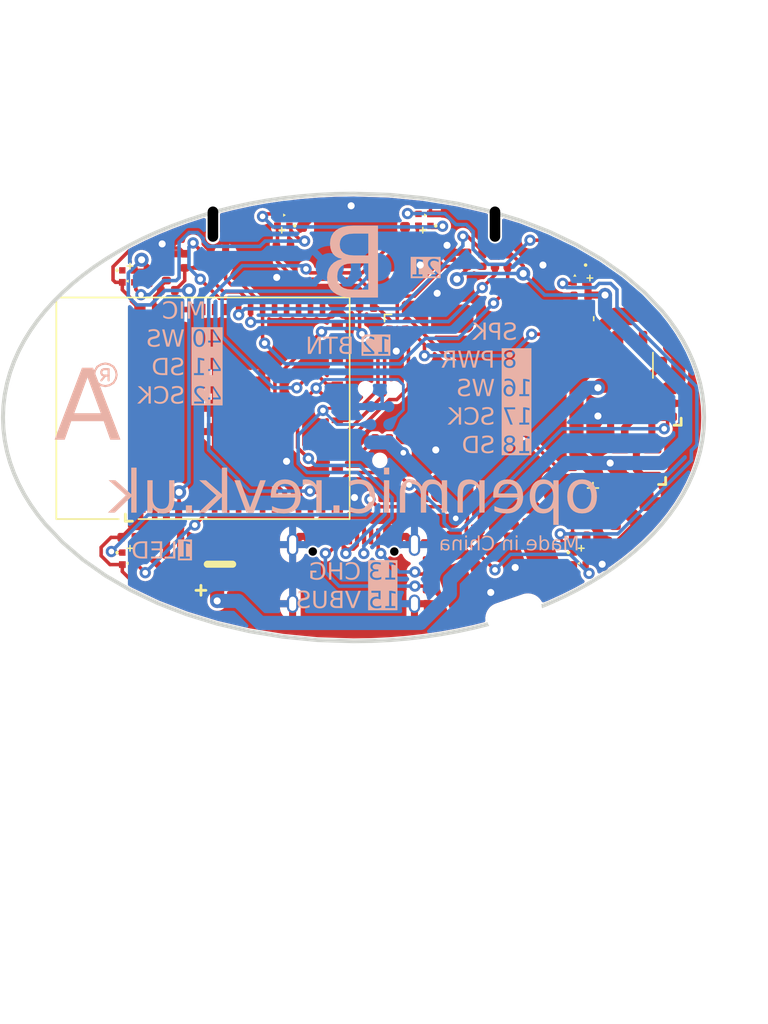
<source format=kicad_pcb>
(kicad_pcb (version 20240108) (generator "pcbnew") (generator_version "8.0")
  (title_block (title "PCB-LED") (rev "1") (company "Adrian Kennard, Andrews & Arnold Ltd"))
  (layers (0 "F.Cu" signal) (31 "B.Cu" signal) (34 "B.Paste" user) (35 "F.Paste" user) (36 "B.SilkS" user "B.Silkscreen") (37 "F.SilkS" user "F.Silkscreen") (38 "B.Mask" user) (39 "F.Mask" user) (44 "Edge.Cuts" user))
  (net 0 "")
  (net 1 "GND")
  (net 2 "+3V3")
  (net 3 "Net-(J5-CC1)")
  (net 4 "D+")
  (net 5 "D-")
  (net 7 "Net-(J5-CC2)")
  (net 9 "Net-(U6-EN)")
  (net 14 "Net-(J1-Pin_2)")
  (net 16 "VBAT")
  (net 17 "VBUS")
  (net 24 "Net-(D2-K)")
  (net 25 "Net-(U3-PROG)")
  (net 27 "MICWS")
  (net 28 "MICSD")
  (net 29 "CHARGING")
  (net 32 "RGB")
  (net 33 "Net-(U2-OUTN)")
  (net 34 "Net-(U2-OUTP)")
  (net 37 "PUSH")
  (net 38 "MICSCK")
  (net 39 "SKPSCK")
  (net 40 "SKPPWR")
  (net 41 "SKPWS")
  (net 42 "SKPSD")
  (net 44 "Net-(U2-~{SD_MODE})")
  (net 52 "Net-(D4-I)")
  (net 54 "Net-(D4-O)")
  (net 55 "Net-(D5-O)")
  (net 56 "Net-(D6-I)")
  (net 57 "Net-(D6-O)")
  (net 59 "Net-(U6-GPIO15)")
  (footprint "RevK:SMD1010" (layer "F.Cu") (at 84 90)
    (property "Reference" "D7" (hide yes))
    (property "Value" "XL-1010RGBC-WS2812B" (hide yes))
  )
  (footprint "RevK:R_0402" (layer "F.Cu") (at 118.5 98.3 -90)
    (property "Reference" "R3" (hide yes))
    (property "Value" "10K" (hide yes))
  )
  (footprint "RevK:SMD1010" (layer "F.Cu") (at 84 110)
    (property "Reference" "D9" (hide yes))
    (property "Value" "XL-1010RGBC-WS2812B" (hide yes))
  )
  (footprint "RevK:C_0402" (layer "F.Cu") (at 84 108.5 180)
    (property "Reference" "C12" (hide yes))
    (property "Value" "100nF" (hide yes))
  )
  (footprint "RevK:C_0805" (layer "F.Cu") (at 119.9 105.9)
    (property "Reference" "C4" (hide yes))
    (property "Value" "100uF")
  )
  (footprint "RevK:KLJ-Speaker" (layer "F.Cu") (at 110.970763 99 90)
    (property "Reference" "LS1" (hide yes))
    (property "Value" "Speaker" (hide yes))
  )
  (footprint "RevK:Shadow" (layer "F.Cu") (at 100 100)
    (property "Reference" "REF**" (hide yes))
    (property "Value" "Shadow")
  )
  (footprint "RevK:C_0603" (layer "F.Cu") (at 105.770763 108.1 -90)
    (property "Reference" "C5" (hide yes))
    (property "Value" "10uF 35V")
  )
  (footprint "RevK:C_0402" (layer "F.Cu") (at 85.4 90 -90)
    (property "Reference" "C17" (hide yes))
    (property "Value" "100nF" (hide yes))
  )
  (footprint "RevK:SMD1010" (layer "F.Cu") (at 116 110)
    (property "Reference" "D4" (hide yes))
    (property "Value" "XL-1010RGBC-WS2812B" (hide yes))
  )
  (footprint "RevK:WLP-1.437mmx1.347mm-0.21mm-ball" (layer "F.Cu") (at 103.070763 93.6 180)
    (property "Reference" "U2" (hide yes))
    (property "Value" "MAX98357A")
  )
  (footprint "RevK:D_SOD-123" (layer "F.Cu") (at 120.1 96.3 180)
    (property "Reference" "D2" (hide yes))
    (property "Value" "MBR0530")
  )
  (footprint "RevK:1.25T-2PWT (Molex 532610271)" (layer "F.Cu") (at 109.755044 109.187363 -161)
    (property "Reference" "J2" (hide yes))
    (property "Value" "Battery")
  )
  (footprint "RevK:C_0402" (layer "F.Cu") (at 108 88.8 -90)
    (property "Reference" "C10" (hide yes))
    (property "Value" "100nF" (hide yes))
  )
  (footprint "RevK:SOT-23" (layer "F.Cu") (at 119.55 93.6625 90)
    (property "Reference" "Q1" (hide yes))
    (property "Value" "CJ2301")
  )
  (footprint "RevK:R_0402" (layer "F.Cu") (at 86.8 91 180)
    (property "Reference" "R2" (hide yes))
    (property "Value" "10K" (hide yes))
  )
  (footprint "RevK:CP_EIA-3528-21_Kemet-B" (layer "F.Cu") (at 90.5 109.9 -90)
    (property "Reference" "C1" (hide yes))
    (property "Value" "220uF Tant")
  )
  (footprint "RevK:TS-1092S-B3D2-G" (layer "F.Cu") (at 99.970763 86.5)
    (property "Reference" "SW2" (hide yes))
    (property "Value" "SW_Push")
  )
  (footprint "RevK:C_0402" (layer "F.Cu") (at 116.1 91.4 180)
    (property "Reference" "C15" (hide yes))
    (property "Value" "100nF" (hide yes))
  )
  (footprint "RevK:USB-C-Socket-H" (layer "F.Cu") (at 99.970763 109.5)
    (property "Reference" "J5" (hide yes))
    (property "Value" "USB-C-Socket-H")
  )
  (footprint "RevK:SMD1010" (layer "F.Cu") (at 95 86 180)
    (property "Reference" "D6" (hide yes))
    (property "Value" "XL-1010RGBC-WS2812B" (hide yes))
  )
  (footprint "RevK:SMD1010" (layer "F.Cu") (at 105 86 180)
    (property "Reference" "D8" (hide yes))
    (property "Value" "XL-1010RGBC-WS2812B" (hide yes))
  )
  (footprint "RevK:C_0402" (layer "F.Cu") (at 102.2 90.9 90)
    (property "Reference" "C14" (hide yes))
    (property "Value" "100nF" (hide yes))
  )
  (footprint "RevK:C_0402" (layer "F.Cu") (at 86.7 89.8 90)
    (property "Reference" "C9" (hide yes))
    (property "Value" "1uF" (hide yes))
  )
  (footprint "RevK:DFN1006-2L" (layer "F.Cu") (at 111.872608 107.561634 -161)
    (property "Reference" "D1" (hide yes))
    (property "Value" "~")
  )
  (footprint "RevK:C_0603" (layer "F.Cu") (at 119.295763 107.5 180)
    (property "Reference" "C3" (hide yes))
    (property "Value" "22uF")
  )
  (footprint "RevK:R_0402" (layer "F.Cu") (at 118.7 101.1)
    (property "Reference" "R1" (hide yes))
    (property "Value" "10K" (hide yes))
  )
  (footprint "RevK:ICS43434_MEMS_Mic_Open" (layer "F.Cu") (at 90 88 90)
    (property "Reference" "U5" (hide yes))
    (property "Value" "L")
  )
  (footprint "RevK:R_0402" (layer "F.Cu") (at 105.2 112.7 -90)
    (property "Reference" "R5" (hide yes))
    (property "Value" "5K1" (hide yes))
  )
  (footprint "RevK:C_0402" (layer "F.Cu") (at 103.1 90.9 90)
    (property "Reference" "C13" (hide yes))
    (property "Value" "10uF" (hide yes))
  )
  (footprint "RevK:C_0402" (layer "F.Cu") (at 87.2 108.7 180)
    (property "Reference" "C2" (hide yes))
    (property "Value" "100nF" (hide yes))
  )
  (footprint "RevK:R_0402" (layer "F.Cu") (at 105.2 110.6 -90)
    (property "Reference" "R6" (hide yes))
    (property "Value" "5K1" (hide yes))
  )
  (footprint "RevK:C_0402" (layer "F.Cu") (at 88 88.9 -90)
    (property "Reference" "C6" (hide yes))
    (property "Value" "100nF" (hide yes))
  )
  (footprint "RevK:R_0402" (layer "F.Cu") (at 102 101.5 180)
    (property "Reference" "R4" (hide yes))
    (property "Value" "10K" (hide yes))
  )
  (footprint "RevK:C_0402" (layer "F.Cu") (at 87.2 107.7 180)
    (property "Reference" "C7" (hide yes))
    (property "Value" "10uF" (hide yes))
  )
  (footprint "RevK:ICS43434_MEMS_Mic_Open" (layer "F.Cu") (at 110 88 90)
    (property "Reference" "U7" (hide yes))
    (property "Value" "R")
  )
  (footprint "RevK:R_0402" (layer "F.Cu") (at 100.9 92.2 180)
    (property "Reference" "R8" (hide yes))
    (property "Value" "634K" (hide yes))
  )
  (footprint "RevK:C_0402" (layer "F.Cu") (at 87.2 109.7 180)
    (property "Reference" "C8" (hide yes))
    (property "Value" "10uF" (hide yes))
  )
  (footprint "RevK:DFN1006-2L" (layer "F.Cu") (at 103.6 87.925 90)
    (property "Reference" "D3" (hide yes))
    (property "Value" "~")
  )
  (footprint "RevK:C_0402" (layer "F.Cu") (at 95 87.9)
    (property "Reference" "C18" (hide yes))
    (property "Value" "100nF" (hide yes))
  )
  (footprint "RevK:SOT-23-5" (layer "F.Cu") (at 120 103.2 180)
    (property "Reference" "U4" (hide yes))
    (property "Value" "ME6211C33M5G-N")
  )
  (footprint "RevK:ESP32-S3-MINI-1" (layer "F.Cu") (at 91.820763 99.35 90)
    (property "Reference" "U6" (hide yes))
    (property "Value" "ESP32-S3-MINI-1" (hide yes))
  )
  (footprint "RevK:C_0402" (layer "F.Cu") (at 105 87.4)
    (property "Reference" "C16" (hide yes))
    (property "Value" "100nF" (hide yes))
  )
  (footprint "RevK:SMD1010" (layer "F.Cu") (at 116 90 -90)
    (property "Reference" "D5" (hide yes))
    (property "Value" "XL-1010RGBC-WS2812B" (hide yes))
  )
  (footprint "RevK:C_0402" (layer "F.Cu") (at 116 108.4 180)
    (property "Reference" "C11" (hide yes))
    (property "Value" "100nF" (hide yes))
  )
  (footprint "RevK:SOT-23-5" (layer "F.Cu") (at 121.1 99 180)
    (property "Reference" "U3" (hide yes))
    (property "Value" "TP4054")
  )
  (footprint "RevK:Tag-Connect_TC2030-IDC-NL_2x03_P1.27mm_Vertical" (layer "B.Cu") (at 101.835763 100.5 90)
    (property "Reference" "J3" (hide yes))
    (property "Value" "TC2030-USB-NL-DS")
  )
  (footprint "RevK:AA-Pad" (layer "B.Cu") (at 99.970763 89.35 180)
    (property "Reference" "J1" (hide yes))
    (property "Value" "Reset")
  )
  (gr_poly (pts (xy 102.512444 84.22296) (xy 104.980703 84.463279) (xy 107.363046 84.854068) (xy 109.646978 85.387354) (xy 111.820002 86.055167) (xy 113.869624 86.849535) (xy 115.783347 87.762486) (xy 117.548677 88.78605) (xy 119.153118 89.912253) (xy 120.584174 91.133126) (xy 121.82935 92.440696) (xy 122.378328 93.124501) (xy 122.87615 93.826991) (xy 123.321255 94.54717) (xy 123.71208 95.284041) (xy 124.047063 96.036607) (xy 124.324643 96.803873) (xy 124.543258 97.584842) (xy 124.701345 98.378517) (xy 124.797342 99.183902) (xy 124.829688 100) (xy 124.797342 100.816097) (xy 124.701345 101.621482) (xy 124.543258 102.415156) (xy 124.324643 103.196124) (xy 124.047063 103.96339) (xy 123.71208 104.715956) (xy 123.321255 105.452827) (xy 122.87615 106.173005) (xy 122.378328 106.875496) (xy 121.82935 107.559301) (xy 121.230778 108.223425) (xy 120.584174 108.866871) (xy 119.8911 109.488642) (xy 119.153118 110.087743) (xy 118.371789 110.663177) (xy 117.548677 111.213947) (xy 116.685342 111.739057) (xy 115.783347 112.237511) (xy 114.844254 112.708311) (xy 113.869624 113.150463) (xy 112.861019 113.562968) (xy 111.820002 113.944831) (xy 110.748134 114.295055) (xy 109.646978 114.612645) (xy 108.518094 114.896602) (xy 107.363046 115.145931) (xy 106.183395 115.359636) (xy 104.980703 115.53672) (xy 103.756532 115.676187) (xy 102.512444 115.777039) (xy 101.25 115.838282) (xy 99.970764 115.858917) (xy 97.429083 115.777039) (xy 94.960824 115.53672) (xy 92.578481 115.145931) (xy 90.294549 114.612645) (xy 88.121525 113.944831) (xy 86.071903 113.150463) (xy 84.15818 112.237511) (xy 82.39285 111.213947) (xy 80.78841 110.087743) (xy 79.357353 108.866871) (xy 78.112177 107.559301) (xy 77.563199 106.875496) (xy 77.065377 106.173005) (xy 76.620272 105.452827) (xy 76.229447 104.715956) (xy 75.894464 103.96339) (xy 75.616884 103.196124) (xy 75.398269 102.415156) (xy 75.240183 101.621482) (xy 75.144185 100.816097) (xy 75.111839 100) (xy 75.144185 99.183902) (xy 75.240183 98.378517) (xy 75.398269 97.584842) (xy 75.616884 96.803873) (xy 75.894464 96.036607) (xy 76.229447 95.284041) (xy 76.620272 94.54717) (xy 77.065377 93.826991) (xy 77.563199 93.124501) (xy 78.112177 92.440696) (xy 78.710749 91.776572) (xy 79.357353 91.133126) (xy 80.050427 90.511354) (xy 80.78841 89.912253) (xy 81.569738 89.33682) (xy 82.39285 88.78605) (xy 83.256185 88.26094) (xy 84.15818 87.762486) (xy 85.097274 87.291686) (xy 86.071903 86.849535) (xy 87.080508 86.43703) (xy 88.121525 86.055167) (xy 89.193393 85.704943) (xy 90.294549 85.387354) (xy 91.423433 85.103397) (xy 92.578481 84.854068) (xy 93.758132 84.640363) (xy 94.960824 84.463279) (xy 96.184995 84.323813) (xy 97.429083 84.22296) (xy 98.691527 84.161718) (xy 99.970764 84.141083)) (stroke (width 0.282157)) (fill none) (layer "Edge.Cuts"))
  (gr_text "12" (at 100.5 95 0) (layer "B.SilkS" knockout) (effects (font (size 1.2 1.2)) (justify right mirror)))
  (gr_text "A" (at 83.5 99.5 0) (layer "B.SilkS") (effects (font (size 5 5)) (justify left mirror)))
  (gr_text "BTN" (at 100 95 0) (layer "B.SilkS") (effects (font (size 1.2 1.2)) (justify left mirror)))
  (gr_text "CHG\nVBUS" (at 100.5 112 0) (layer "B.SilkS") (effects (font (size 1.2 1.2)) (justify left mirror)))
  (gr_text "PWR\nWS\nSCK\nSD" (at 110 99 0) (layer "B.SilkS") (effects (font (size 1.2 1.2)) (justify left mirror)))
  (gr_text "21" (at 104 89.5 0) (layer "B.SilkS" knockout) (effects (font (size 1.2 1.2)) (justify right mirror)))
  (gr_text "openmic.revk.uk" (at 100 105.5 0) (layer "B.SilkS") (effects (font (size 3 3)) (justify mirror)))
  (gr_text "8\n16\n17\n18" (at 110.5 99 0) (layer "B.SilkS" knockout) (effects (font (size 1.2 1.2)) (justify right mirror)))
  (gr_text "13\n15" (at 101 112 0) (layer "B.SilkS" knockout) (effects (font (size 1.2 1.2)) (justify right mirror)))
  (gr_text "Made in China" (at 111 109 0) (layer "B.SilkS") (effects (font (size 1 1)) (justify mirror)))
  (gr_text "®" (at 83.5 97 0) (layer "B.SilkS") (effects (font (size 1.2 1.2)) (justify left mirror)))
  (gr_text "LED" (at 87.5 109.5 0) (layer "B.SilkS") (effects (font (size 1.2 1.2)) (justify left mirror)))
  (gr_text "SPK" (at 110 94 0) (layer "B.SilkS") (effects (font (size 1.2 1.2)) (justify mirror)))
  (gr_text "WS\nSD\nSCK" (at 88 96.5 0) (layer "B.SilkS") (effects (font (size 1.2 1.2)) (justify left mirror)))
  (gr_text "40\n41\n42" (at 88.5 96.5 0) (layer "B.SilkS" knockout) (effects (font (size 1.2 1.2)) (justify right mirror)))
  (gr_text "MIC" (at 89.5 92.5 0) (layer "B.SilkS") (effects (font (size 1.2 1.2)) (justify left mirror)))
  (gr_text "1" (at 87.5 109.5 0) (layer "B.SilkS" knockout) (effects (font (size 1.2 1.2)) (justify right mirror)))
  (segment (start 83.575 110.425) (end 83.575 110.915) (width 0.25) (layer "F.Cu") (net 1))
  (segment (start 105.425 85.085) (end 105.165 84.825) (width 0.25) (layer "F.Cu") (net 1))
  (segment (start 110.436195 109.95) (end 110.75 109.95) (width 0.5) (layer "F.Cu") (net 1))
  (segment (start 83.5 108.5) (end 82.774695 108.5) (width 0.25) (layer "F.Cu") (net 1))
  (segment (start 115.4 107.525) (end 112.376185 107.525) (width 0.25) (layer "F.Cu") (net 1))
  (segment (start 83.575 90.952459) (end 84.220763 91.598222) (width 0.25) (layer "F.Cu") (net 1))
  (segment (start 82.916726 90.256726) (end 82.916726 89.321676) (width 0.25) (layer "F.Cu") (net 1))
  (segment (start 115.575 110.425) (end 115.575 110.725) (width 0.25) (layer "F.Cu") (net 1))
  (segment (start 82.916726 89.321676) (end 84.038402 88.2) (width 0.25) (layer "F.Cu") (net 1))
  (segment (start 105.165 84.825) (end 96.175 84.825) (width 0.25) (layer "F.Cu") (net 1))
  (segment (start 84.66 112) (end 85.3 112) (width 0.25) (layer "F.Cu") (net 1))
  (segment (start 114.918 111.382) (end 114.118 111.382) (width 0.25) (layer "F.Cu") (net 1))
  (segment (start 111.466762 110.633364) (end 111.433364 110.633364) (width 0.25) (layer "F.Cu") (net 1))
  (segment (start 115.5 108.4) (end 115.5 107.625) (width 0.25) (layer "F.Cu") (net 1))
  (segment (start 83.575 90.425) (end 83.085 90.425) (width 0.25) (layer "F.Cu") (net 1))
  (segment (start 83.575 90.425) (end 83.575 90.952459) (width 0.25) (layer "F.Cu") (net 1))
  (segment (start 109.024756 108.068433) (end 109.024756 105.175244) (width 0.5) (layer "F.Cu") (net 1))
  (segment (start 103.6 88.35) (end 103.85 88.35) (width 0.25) (layer "F.Cu") (net 1))
  (segment (start 84.409592 88) (end 87.6 88) (width 0.25) (layer "F.Cu") (net 1))
  (segment (start 83.085 90.425) (end 82.916726 90.256726) (width 0.25) (layer "F.Cu") (net 1))
  (segment (start 83.5 108.5) (end 84.3 107.7) (width 0.25) (layer "F.Cu") (net 1))
  (segment (start 103.710763 108.43) (end 104.290763 109.01) (width 0.5) (layer "F.Cu") (net 1))
  (segment (start 112.376185 107.525) (end 112.274453 107.423268) (width 0.25) (layer "F.Cu") (net 1))
  (segment (start 87.6 88) (end 88 88.4) (width 0.25) (layer "F.Cu") (net 1))
  (segment (start 84.3 107.7) (end 86.7 107.7) (width 0.25) (layer "F.Cu") (net 1))
  (segment (start 103.170763 108.43) (end 103.710763 108.43) (width 0.5) (layer "F.Cu") (net 1))
  (segment (start 115.5 107.625) (end 115.4 107.525) (width 0.25) (layer "F.Cu") (net 1))
  (segment (start 118.495763 107.525) (end 115.4 107.525) (width 0.25) (layer "F.Cu") (net 1))
  (segment (start 105.5 87.4) (end 106.2 87.4) (width 0.25) (layer "F.Cu") (net 1))
  (segment (start 106.2 87.4) (end 106.6 87.8) (width 0.25) (layer "F.Cu") (net 1))
  (segment (start 84.220763 91.598222) (end 84.220763 91.75) (width 0.25) (layer "F.Cu") (net 1))
  (segment (start 118.520763 107.5) (end 118.495763 107.525) (width 0.25) (layer "F.Cu") (net 1))
  (segment (start 96.770763 108.43) (end 96.230763 108.43) (width 0.5) (layer "F.Cu") (net 1))
  (segment (start 108.789692 108.303497) (end 110.436195 109.95) (width 0.5) (layer "F.Cu") (net 1))
  (segment (start 84.309663 88.050098) (end 84.409592 88) (width 0.25) (layer "F.Cu") (net 1))
  (segment (start 113.1 111.9) (end 112.733398 111.9) (width 0.25) (layer "F.Cu") (net 1))
  (segment (start 113.3 111.7) (end 113.1 111.9) (width 0.25) (layer "F.Cu") (net 1))
  (segment (start 82.774695 108.5) (end 82.075 109.199695) (width 0.25) (layer "F.Cu") (net 1))
  (segment (start 96.230763 108.43) (end 95.650763 109.01) (width 0.5) (layer "F.Cu") (net 1))
  (segment (start 115.575 110.725) (end 114.918 111.382) (width 0.25) (layer "F.Cu") (net 1))
  (segment (start 83.575 110.915) (end 84.66 112) (width 0.25) (layer "F.Cu") (net 1))
  (segment (start 103.070763 94.3) (end 103.070763 95.229237) (width 0.25) (layer "F.Cu") (net 1))
  (segment (start 109.024756 105.175244) (end 109.3 104.9) (width 0.5) (layer "F.Cu") (net 1))
  (segment (start 113.8 111.7) (end 113.3 111.7) (width 0.25) (layer "F.Cu") (net 1))
  (segment (start 86.7 89.3) (end 86.6 89.3) (width 0.25) (layer "F.Cu") (net 1))
  (segment (start 82.075 109.800305) (end 82.699695 110.425) (width 0.25) (layer "F.Cu") (net 1))
  (segment (start 86.6 89.3) (end 85.4 90.5) (width 0.25) (layer "F.Cu") (net 1))
  (segment (start 84.220763 91.75) (end 84.820763 92.35) (width 0.25) (layer "F.Cu") (net 1))
  (segment (start 103.070763 95.229237) (end 103 95.3) (width 0.25) (layer "F.Cu") (net 1))
  (segment (start 103.85 88.35) (end 104.7 89.2) (width 0.25) (layer "F.Cu") (net 1))
  (segment (start 105.425 85.575) (end 105.425 85.085) (width 0.25) (layer "F.Cu") (net 1))
  (segment (start 114.118 111.382) (end 113.8 111.7) (width 0.25) (layer "F.Cu") (net 1))
  (segment (start 82.699695 110.425) (end 83.575 110.425) (width 0.25) (layer "F.Cu") (net 1))
  (segment (start 96.175 84.825) (end 95.425 85.575) (width 0.25) (layer "F.Cu") (net 1))
  (segment (start 110.75 109.95) (end 111.433364 110.633364) (width 0.5) (layer "F.Cu") (net 1))
  (segment (start 82.075 109.199695) (end 82.075 109.800305) (width 0.25) (layer "F.Cu") (net 1))
  (segment (start 84.038402 88.2) (end 84.309663 88.050098) (width 0.25) (layer "F.Cu") (net 1))
  (segment (start 112.733398 111.9) (end 111.466762 110.633364) (width 0.25) (layer "F.Cu") (net 1))
  (segment (start 103.070763 94) (end 103.070763 93.6) (width 0.2) (layer "F.Cu") (net 1))
  (segment (start 108.789692 108.303497) (end 109.024756 108.068433) (width 0.5) (layer "F.Cu") (net 1))
  (via (at 111.433364 110.633364) (size 1) (drill 0.5) (layers "F.Cu" "B.Cu") (net 1))
  (via (at 109.7 112.4) (size 1) (drill 0.5) (layers "F.Cu" "B.Cu") (net 1))
  (via (at 106.6 87.8) (size 1) (drill 0.5) (layers "F.Cu" "B.Cu") (net 1))
  (via (at 105.9 91.2) (size 1) (drill 0.5) (layers "F.Cu" "B.Cu") (net 1))
  (via (at 117.3 99.9) (size 1) (drill 0.5) (layers "F.Cu" "B.Cu") (net 1))
  (via (at 99.8 85) (size 1) (drill 0.5) (layers "F.Cu" "B.Cu") (net 1))
  (via (at 105.8 102.3) (size 1) (drill 0.5) (layers "F.Cu" "B.Cu") (net 1))
  (via (at 103 95.3) (size 1) (drill 0.5) (layers "F.Cu" "B.Cu") (net 1))
  (via (at 86.4 87.7) (size 1) (drill 0.5) (layers "F.Cu" "B.Cu") (net 1))
  (via (at 100.039194 105.674384) (size 1) (drill 0.5) (layers "F.Cu" "B.Cu") (net 1))
  (via (at 104.7 89.2) (size 1) (drill 0.5) (layers "F.Cu" "B.Cu") (net 1))
  (via (at 95.220763 103.107386) (size 1) (drill 0.5) (layers "F.Cu" "B.Cu") (net 1))
  (via (at 117.6 110.4) (size 1) (drill 0.5) (layers "F.Cu" "B.Cu") (net 1))
  (via (at 94.52365 90.074998) (size 1) (drill 0.5) (layers "F.Cu" "B.Cu") (net 1))
  (via (at 113.4 89.2) (size 1) (drill 0.5) (layers "F.Cu" "B.Cu") (net 1))
  (segment (start 113.4 87.134551) (end 113.206556 86.941107) (width 0.25) (layer "B.Cu") (net 1))
  (segment (start 93.8108 84.961112) (end 92.641775 85.172891) (width 0.25) (layer "B.Cu") (net 1))
  (segment (start 113.4 89.2) (end 113.4 87.134551) (width 0.25) (layer "B.Cu") (net 1))
  (segment (start 99.585588 84.785588) (end 95.002894 84.785588) (width 0.25) (layer "B.Cu") (net 1))
  (segment (start 102 98.5) (end 101.8 98.3) (width 0.25) (layer "B.Cu") (net 1))
  (segment (start 102 99.23) (end 102 98.5) (width 0.25) (layer "B.Cu") (net 1))
  (segment (start 92.641775 85.172891) (end 91.9 85.914666) (width 0.25) (layer "B.Cu") (net 1))
  (segment (start 111.71341 86.362411) (end 111.510329 86.3) (width 0.25) (layer "B.Cu") (net 1))
  (segment (start 102.470763 99.23) (end 102 99.23) (width 0.5) (layer "B.Cu") (net 1))
  (segment (start 111.3 86.3) (end 111.1 86.3) (width 0.25) (layer "B.Cu") (net 1))
  (segment (start 111.510329 86.3) (end 111.3 86.3) (width 0.25) (layer "B.Cu") (net 1))
  (segment (start 91.9 85.914666) (end 91.9 87) (width 0.25) (layer "B.Cu") (net 1))
  (segment (start 113.206556 86.941107) (end 111.71341 86.362411) (width 0.25) (layer "B.Cu") (net 1))
  (segment (start 102 99.23) (end 101.200763 99.23) (width 0.5) (layer "B.Cu") (net 1))
  (segment (start 95.002894 84.785588) (end 93.8108 84.961112) (width 0.25) (layer "B.Cu") (net 1))
  (segment (start 99.8 85) (end 99.585588 84.785588) (width 0.25) (layer "B.Cu") (net 1))
  (segment (start 87.570763 106.35) (end 87.570763 107.570763) (width 0.5) (layer "F.Cu") (net 2))
  (segment (start 87.7 108.7) (end 87.7 109.7) (width 0.5) (layer "F.Cu") (net 2))
  (segment (start 94.575 86.425) (end 94.575 88.959621) (width 0.25) (layer "F.Cu") (net 2))
  (segment (start 116.5 109.4) (end 118.170763 109.4) (width 0.5) (layer "F.Cu") (net 2))
  (segment (start 88.989 89.4) (end 89.1 89.289) (width 0.25) (layer "F.Cu") (net 2))
  (segment (start 109.1 89.289) (end 108.011 89.289) (width 0.25) (layer "F.Cu") (net 2))
  (segment (start 105.35 90.35) (end 106.4 89.3) (width 0.25) (layer "F.Cu") (net 2))
  (segment (start 94.575 88.959621) (end 95.815379 90.2) (width 0.25) (layer "F.Cu") (net 2))
  (segment (start 108 89.5) (end 107.3 90.2) (width 0.25) (layer "F.Cu") (net 2))
  (segment (start 110.9 88.467) (end 111.199999 88.467) (width 0.25) (layer "F.Cu") (net 2))
  (segment (start 118.85 106.07543) (end 118.85 105.9) (width 1) (layer "F.Cu") (net 2))
  (segment (start 84.425 89.575) (end 85.325 89.575) (width 0.25) (layer "F.Cu") (net 2))
  (segment (start 87.6 105.3) (end 87.6 106.320763) (width 0.25) (layer "F.Cu") (net 2))
  (segment (start 117.802329 91.325) (end 116.675 91.325) (width 0.5) (layer "F.Cu") (net 2))
  (segment (start 88.3375 111.4375) (end 90.5 111.4375) (width 0.5) (layer "F.Cu") (net 2))
  (segment (start 95.815379 90.2) (end 100.400712 90.2) (width 0.25) (layer "F.Cu") (net 2))
  (segment (start 116.6 90.6) (end 116.425 90.425) (width 0.5) (layer "F.Cu") (net 2))
  (segment (start 116.425 108.475) (end 116.5 108.4) (width 0.5) (layer "F.Cu") (net 2))
  (segment (start 87.570763 107.570763) (end 87.7 107.7) (width 0.5) (layer "F.Cu") (net 2))
  (segment (start 88 90.3) (end 87.3 91) (width 0.25) (layer "F.Cu") (net 2))
  (segment (start 112 89.267001) (end 112 89.8) (width 0.25) (layer "F.Cu") (net 2))
  (segment (start 84.5 108.819999) (end 86.480001 110.8) (width 0.5) (layer "F.Cu") (net 2))
  (segment (start 118.170763 109.4) (end 120.070763 107.5) (width 0.5) (layer "F.Cu") (net 2))
  (segment (start 104.5 86.5) (end 104.575 86.425) (width 0.25) (layer "F.Cu") (net 2))
  (segment (start 85.325 89.575) (end 85.4 89.5) (width 0.25) (layer "F.Cu") (net 2))
  (segment (start 88 89.4) (end 88 90.3) (width 0.25) (layer "F.Cu") (net 2))
  (segment (start 84.5 108.5) (end 84.5 109.5) (width 0.5) (layer "F.Cu") (net 2))
  (segment (start 116.6 91.4) (end 116.6 90.6) (width 0.5) (layer "F.Cu") (net 2))
  (segment (start 120.070763 107.5) (end 120.070763 107.296193) (width 1) (layer "F.Cu") (net 2))
  (segment (start 88 89.4) (end 88.989 89.4) (width 0.25) (layer "F.Cu") (net 2))
  (segment (start 101.600712 91.4) (end 103.1 91.4) (width 0.25) (layer "F.Cu") (net 2))
  (segment (start 116.425 109.575) (end 116.425 108.475) (width 0.5) (layer "F.Cu") (net 2))
  (segment (start 118.8625 103.924983) (end 118.167961 103.230444) (width 1) (layer "F.Cu") (net 2))
  (segment (start 118.8625 105.8875) (end 118.85 105.9) (width 1) (layer "F.Cu") (net 2))
  (segment (start 87.7 107.7) (end 87.7 108.7) (width 0.5) (layer "F.Cu") (net 2))
  (segment (start 118.8625 104.15) (end 118.8625 103.924983) (width 1) (layer "F.Cu") (net 2))
  (segment (start 104.3 91.4) (end 105.35 90.35) (width 0.25) (layer "F.Cu") (net 2))
  (segment (start 116.675 91.325) (end 116.6 91.4) (width 0.5) (layer "F.Cu") (net 2))
  (segment (start 103.1 91.4) (end 104.3 91.4) (width 0.25) (layer "F.Cu") (net 2))
  (segment (start 108 89.3) (end 108 89.5) (width 0.25) (layer "F.Cu") (net 2))
  (segment (start 87.7 110.8) (end 88.3375 111.4375) (width 0.5) (layer "F.Cu") (net 2))
  (segment (start 90.3 111.6375) (end 90.5 111.4375) (width 1) (layer "F.Cu") (net 2))
  (segment (start 103.070763 92.9) (end 103.070763 91.429237) (width 0.25) (layer "F.Cu") (net 2))
  (segment (start 104.5 87.4) (end 104.5 86.5) (width 0.25) (layer "F.Cu") (net 2))
  (segment (start 103.070763 91.429237) (end 103.1 91.4) (width 0.25) (layer "F.Cu") (net 2))
  (segment (start 85.4 89.5) (end 85.4 89.28361) (width 0.25) (layer "F.Cu") (net 2))
  (segment (start 108.011 89.289) (end 108 89.3) (width 0.25) (layer "F.Cu") (net 2))
  (segment (start 87.3 91) (end 88.3 91) (width 0.25) (layer "F.Cu") (net 2))
  (segment (start 84.5 109.5) (end 84.425 109.575) (width 0.5) (layer "F.Cu") (net 2))
  (segment (start 120.070763 107.296193) (end 118.85 106.07543) (width 1) (layer "F.Cu") (net 2))
  (segment (start 100.400712 90.2) (end 101.600712 91.4) (width 0.25) (layer "F.Cu") (net 2))
  (segment (start 108 89.3) (end 106.4 89.3) (width 0.25) (layer "F.Cu") (net 2))
  (segment (start 84.5 108.5) (end 84.5 108.819999) (width 0.5) (layer "F.Cu") (net 2))
  (segment (start 106.4 89.3) (end 104.5 87.4) (width 0.25) (layer "F.Cu") (net 2))
  (segment (start 111.199999 88.467) (end 112 89.267001) (width 0.25) (layer "F.Cu") (net 2))
  (segment (start 87.7 109.7) (end 87.7 110.8) (width 0.5) (layer "F.Cu") (net 2))
  (segment (start 86.480001 110.8) (end 87.7 110.8) (width 0.5) (layer "F.Cu") (net 2))
  (segment (start 85.4 89.28361) (end 84.94139 88.825) (width 0.25) (layer "F.Cu") (net 2))
  (segment (start 87.6 106.320763) (end 87.570763 106.35) (width 0.25) (layer "F.Cu") (net 2))
  (segment (start 90.3 113) (end 90.3 111.6375) (width 1) (layer "F.Cu") (net 2))
  (segment (start 118.8625 104.15) (end 118.8625 105.8875) (width 1) (layer "F.Cu") (net 2))
  (via (at 90.3 113) (size 1) (drill 0.5) (layers "F.Cu" "B.Cu") (net 2))
  (via (at 112 89.8) (size 1) (drill 0.5) (layers "F.Cu" "B.Cu") (net 2))
  (via (at 84.94139 88.825) (size 1) (drill 0.5) (layers "F.Cu" "B.Cu") (net 2))
  (via (at 118.167961 103.230444) (size 1) (drill 0.5) (layers "F.Cu" "B.Cu") (net 2))
  (via (at 87.6 105.3) (size 1) (drill 0.5) (layers "F.Cu" "B.Cu") (net 2))
  (via (at 117.802329 91.325) (size 1) (drill 0.5) (layers "F.Cu" "B.Cu") (net 2))
  (via (at 107.3 90.2) (size 1) (drill 0.5) (layers "F.Cu" "B.Cu") (net 2))
  (via (at 88.3 91) (size 1) (drill 0.5) (layers "F.Cu" "B.Cu") (net 2))
  (segment (start 107.7 89.8) (end 112 89.8) (width 0.25) (layer "B.Cu") (net 2))
  (segment (start 113.525 91.325) (end 117.802329 91.325) (width 0.25) (layer "B.Cu") (net 2))
  (segment (start 123.491504 98.191504) (end 117.802329 92.502329) (width 1) (layer "B.Cu") (net 2))
  (segment (start 123.491504 101.608496) (end 123.491504 98.191504) (width 1) (layer "B.Cu") (net 2))
  (segment (start 88.3 91) (end 88.3 104.6) (width 0.25) (layer "B.Cu") (net 2))
  (segment (start 84.599695 92.025) (end 85.575 92.025) (width 0.25) (layer "B.Cu") (net 2))
  (segment (start 84 91.425305) (end 84.599695 92.025) (width 0.25) (layer "B.Cu") (net 2))
  (segment (start 91.791146 113) (end 93.355118 114.563972) (width 1) (layer "B.Cu") (net 2))
  (segment (start 88.3 104.6) (end 87.6 105.3) (width 0.25) (layer "B.Cu") (net 2))
  (segment (start 93.355118 114.563972) (end 104.732426 114.563972) (width 1) (layer "B.Cu") (net 2))
  (segment (start 85.575 92.025) (end 86.6 91) (width 0.25) (layer "B.Cu") (net 2))
  (segment (start 84.94139 88.825) (end 84 89.76639) (width 0.25) (layer "B.Cu") (net 2))
  (segment (start 107.3 90.2) (end 107.7 89.8) (width 0.25) (layer "B.Cu") (net 2))
  (segment (start 86.6 91) (end 88.3 91) (width 0.25) (layer "B.Cu") (net 2))
  (segment (start 106.8 112.496398) (end 106.8 111.5) (width 1) (layer "B.Cu") (net 2))
  (segment (start 84 89.76639) (end 84 91.425305) (width 0.25) (layer "B.Cu") (net 2))
  (segment (start 115.069556 103.230444) (end 118.167961 103.230444) (width 1) (layer "B.Cu") (net 2))
  (segment (start 121.869556 103.230444) (end 123.491504 101.608496) (width 1) (layer "B.Cu") (net 2))
  (segment (start 104.732426 114.563972) (end 106.8 112.496398) (width 1) (layer "B.Cu") (net 2))
  (segment (start 117.802329 92.502329) (end 117.802329 91.325) (width 1) (layer "B.Cu") (net 2))
  (segment (start 118.167961 103.230444) (end 121.869556 103.230444) (width 1) (layer "B.Cu") (net 2))
  (segment (start 106.8 111.5) (end 115.069556 103.230444) (width 1) (layer "B.Cu") (net 2))
  (segment (start 112 89.8) (end 113.525 91.325) (width 0.25) (layer "B.Cu") (net 2))
  (segment (start 90.3 113) (end 91.791146 113) (width 1) (layer "B.Cu") (net 2))
  (segment (start 98.163374 109.625153) (end 97.975 109.625153) (width 0.25) (layer "F.Cu") (net 3))
  (segment (start 104.320765 111.950059) (end 104.950059 111.950059) (width 0.25) (layer "F.Cu") (net 3))
  (segment (start 104.950059 111.950059) (end 105.2 112.2) (width 0.25) (layer "F.Cu") (net 3))
  (segment (start 98.720763 108.43) (end 98.720763 109.067764) (width 0.25) (layer "F.Cu") (net 3))
  (segment (start 98.720763 109.067764) (end 98.163374 109.625153) (width 0.25) (layer "F.Cu") (net 3))
  (via (at 104.320765 111.950059) (size 0.8) (drill 0.4) (layers "F.Cu" "B.Cu") (net 3))
  (via (at 97.975 109.625153) (size 0.8) (drill 0.4) (layers "F.Cu" "B.Cu") (net 3))
  (segment (start 97.975 110.975) (end 97.975 109.625153) (width 0.25) (layer "B.Cu") (net 3))
  (segment (start 104.320765 111.950059) (end 98.950059 111.950059) (width 0.25) (layer "B.Cu") (net 3))
  (segment (start 98.950059 111.950059) (end 97.975 110.975) (width 0.25) (layer "B.Cu") (net 3))
  (segment (start 100.7 109.639998) (end 100.7 108.450763) (width 0.2) (layer "F.Cu") (net 4))
  (segment (start 96 102.134299) (end 96.770763 102.905062) (width 0.25) (layer "F.Cu") (net 4))
  (segment (start 99.720763 107.742236) (end 99.720763 108.43) (width 0.25) (layer "F.Cu") (net 4))
  (segment (start 98.820763 98.5) (end 97.899695 98.5) (width 0.25) (layer "F.Cu") (net 4))
  (segment (start 96 99.239089) (end 96 102.134299) (width 0.25) (layer "F.Cu") (net 4))
  (segment (start 97.899695 98.5) (end 97.319392 97.919697) (width 0.25) (layer "F.Cu") (net 4))
  (segment (start 100.720763 107.792236) (end 100.463527 107.535) (width 0.25) (layer "F.Cu") (net 4))
  (segment (start 99.927999 107.535) (end 99.720763 107.742236) (width 0.25) (layer "F.Cu") (net 4))
  (segment (start 100.7 108.450763) (end 100.720763 108.43) (width 0.2) (layer "F.Cu") (net 4))
  (segment (start 100.720763 108.43) (end 100.720763 107.792236) (width 0.25) (layer "F.Cu") (net 4))
  (segment (start 97.319392 97.919697) (end 96 99.239089) (width 0.25) (layer "F.Cu") (net 4))
  (segment (start 100.463527 107.535) (end 99.927999 107.535) (width 0.25) (layer "F.Cu") (net 4))
  (via (at 100.7 109.639998) (size 0.8) (drill 0.4) (layers "F.Cu" "B.Cu") (net 4))
  (via (at 97.319392 97.919697) (size 0.8) (drill 0.4) (layers "F.Cu" "B.Cu") (net 4))
  (via (at 96.770763 102.905062) (size 0.8) (drill 0.4) (layers "F.Cu" "B.Cu") (net 4))
  (segment (start 100.7 109.639998) (end 100.7 109.1) (width 0.25) (layer "B.Cu") (net 4))
  (segment (start 100.7 109.1) (end 102.7 107.1) (width 0.25) (layer "B.Cu") (net 4))
  (segment (start 102.7 107.1) (end 102.7 105.7) (width 0.25) (layer "B.Cu") (net 4))
  (segment (start 103.121002 97.31) (end 97.929089 97.31) (width 0.2) (layer "B.Cu") (net 4))
  (segment (start 102.7 105.7) (end 100.4 103.4) (width 0.25) (layer "B.Cu") (net 4))
  (segment (start 100.4 103.4) (end 97.265701 103.4) (width 0.25) (layer "B.Cu") (net 4))
  (segment (start 103.501763 97.690761) (end 103.121002 97.31) (width 0.2) (layer "B.Cu") (net 4))
  (segment (start 97.929089 97.31) (end 97.319392 97.919697) (width 0.2) (layer "B.Cu") (net 4))
  (segment (start 97.265701 103.4) (end 96.770763 102.905062) (width 0.25) (layer "B.Cu") (net 4))
  (segment (start 103.501763 99.469) (end 103.501763 97.690761) (width 0.2) (layer "B.Cu") (net 4))
  (segment (start 102.470763 100.5) (end 103.501763 99.469) (width 0.2) (layer "B.Cu") (net 4))
  (segment (start 98.820763 99.35) (end 97.95 99.35) (width 0.2) (layer "F.Cu") (net 5))
  (segment (start 100.220763 108.43) (end 100.220763 109.067764) (width 0.25) (layer "F.Cu") (net 5))
  (segment (start 100.220763 109.067764) (end 99.963527 109.325) (width 0.25) (layer "F.Cu") (net 5))
  (segment (start 99.220763 109.435335) (end 99.425 109.639572) (width 0.2) (layer "F.Cu") (net 5))
  (segment (start 97.95 99.35) (end 97.8 99.5) (width 0.2) (layer "F.Cu") (net 5))
  (segment (start 99.220763 108.43) (end 99.220763 109.435335) (width 0.2) (layer "F.Cu") (net 5))
  (segment (start 99.963527 109.325) (end 99.477999 109.325) (width 0.25) (layer "F.Cu") (net 5))
  (segment (start 99.220763 109.067764) (end 99.220763 108.43) (width 0.25) (layer "F.Cu") (net 5))
  (segment (start 99.477999 109.325) (end 99.220763 109.067764) (width 0.25) (layer "F.Cu") (net 5))
  (via (at 97.8 99.5) (size 0.8) (drill 0.4) (layers "F.Cu" "B.Cu") (net 5))
  (via (at 99.425 109.639572) (size 0.8) (drill 0.4) (layers "F.Cu" "B.Cu") (net 5))
  (segment (start 96.045763 101.254237) (end 96.045763 103.271068) (width 0.25) (layer "B.Cu") (net 5))
  (segment (start 97.8 99.5) (end 96.045763 101.254237) (width 0.25) (layer "B.Cu") (net 5))
  (segment (start 102.2 105.836396) (end 102.2 106.864572) (width 0.25) (layer "B.Cu") (net 5))
  (segment (start 101.200763 100.5) (end 98.8 100.5) (width 0.2) (layer "B.Cu") (net 5))
  (segment (start 98.8 100.5) (end 97.8 99.5) (width 0.2) (layer "B.Cu") (net 5))
  (segment (start 100.263604 103.9) (end 102.2 105.836396) (width 0.25) (layer "B.Cu") (net 5))
  (segment (start 96.674695 103.9) (end 100.263604 103.9) (width 0.25) (layer "B.Cu") (net 5))
  (segment (start 102.2 106.864572) (end 99.425 109.639572) (width 0.25) (layer "B.Cu") (net 5))
  (segment (start 96.045763 103.271068) (end 96.674695 103.9) (width 0.25) (layer "B.Cu") (net 5))
  (segment (start 101.720763 109.460761) (end 101.9 109.639998) (width 0.25) (layer "F.Cu") (net 7))
  (segment (start 101.720763 108.43) (end 101.720763 109.460761) (width 0.25) (layer "F.Cu") (net 7))
  (segment (start 105.2 111.1) (end 104.470709 111.1) (width 0.25) (layer "F.Cu") (net 7))
  (segment (start 104.470709 111.1) (end 104.320765 110.950056) (width 0.25) (layer "F.Cu") (net 7))
  (via (at 101.9 109.639998) (size 0.8) (drill 0.4) (layers "F.Cu" "B.Cu") (net 7))
  (via (at 104.320765 110.950056) (size 0.8) (drill 0.4) (layers "F.Cu" "B.Cu") (net 7))
  (segment (start 103.210058 110.950056) (end 104.320765 110.950056) (width 0.25) (layer "B.Cu") (net 7))
  (segment (start 101.9 109.639998) (end 103.210058 110.950056) (width 0.25) (layer "B.Cu") (net 7))
  (segment (start 86.3 90.7) (end 86.7 90.3) (width 0.25) (layer "F.Cu") (net 9))
  (segment (start 85.870763 92.35) (end 85.870763 91.429237) (width 0.25) (layer "F.Cu") (net 9))
  (segment (start 85.870763 91.429237) (end 86.3 91) (width 0.25) (layer "F.Cu") (net 9))
  (segment (start 86.3 91) (end 86.3 90.7) (width 0.25) (layer "F.Cu") (net 9))
  (segment (start 98.075 97.65) (end 97.475 97.05) (width 0.25) (layer "F.Cu") (net 14))
  (segment (start 96.795763 97.05) (end 95.945763 97.9) (width 0.25) (layer "F.Cu") (net 14))
  (segment (start 98.820763 97.65) (end 98.075 97.65) (width 0.25) (layer "F.Cu") (net 14))
  (segment (start 97.475 97.05) (end 96.795763 97.05) (width 0.25) (layer "F.Cu") (net 14))
  (via (at 95.945763 97.9) (size 0.8) (drill 0.4) (layers "F.Cu" "B.Cu") (net 14))
  (segment (start 101.660763 89.35) (end 99.960763 91.05) (width 0.25) (layer "B.Cu") (net 14))
  (segment (start 99.960763 91.05) (end 90.913604 91.05) (width 0.25) (layer "B.Cu") (net 14))
  (segment (start 90.65 91.313604) (end 90.65 94.286396) (width 0.25) (layer "B.Cu") (net 14))
  (segment (start 94.263604 97.9) (end 95.945763 97.9) (width 0.25) (layer "B.Cu") (net 14))
  (segment (start 90.913604 91.05) (end 90.65 91.313604) (width 0.25) (layer "B.Cu") (net 14))
  (segment (start 90.65 94.286396) (end 94.263604 97.9) (width 0.25) (layer "B.Cu") (net 14))
  (segment (start 122.419354 95.019354) (end 123 95.6) (width 1) (layer "F.Cu") (net 16))
  (segment (start 122.2875 98) (end 122.2375 98) (width 1) (layer "F.Cu") (net 16))
  (segment (start 115.778131 102.578131) (end 117.170763 103.970763) (width 1) (layer "F.Cu") (net 16))
  (segment (start 119.55 92.725) (end 120.725 92.725) (width 1) (layer "F.Cu") (net 16))
  (segment (start 113.030045 106.7) (end 112.630045 106.3) (width 1) (layer "F.Cu") (net 16))
  (segment (start 112.630045 106.3) (end 110.87159 106.3) (width 1) (layer "F.Cu") (net 16))
  (segment (start 122.419354 94.419354) (end 122.419354 95.019354) (width 1) (layer "F.Cu") (net 16))
  (segment (start 118.531262 92.725) (end 117.1 94.156262) (width 1) (layer "F.Cu") (net 16))
  (segment (start 110.07159 107.1) (end 110.07159 107.796537) (width 1) (layer "F.Cu") (net 16))
  (segment (start 120.725 92.725) (end 122.419354 94.419354) (width 1) (layer "F.Cu") (net 16))
  (segment (start 117.1 94.156262) (end 117.1 96.1) (width 1) (layer "F.Cu") (net 16))
  (segment (start 117.1 96.1) (end 115.778131 97.421869) (width 1) (layer "F.Cu") (net 16))
  (segment (start 117.170763 103.970763) (end 117.170763 106.029237) (width 1) (layer "F.Cu") (net 16))
  (segment (start 110.87159 106.3) (end 110.07159 107.1) (width 1) (layer "F.Cu") (net 16))
  (segment (start 123 97.2875) (end 122.2875 98) (width 1) (layer "F.Cu") (net 16))
  (segment (start 110.168127 107.7) (end 110.07159 107.796537) (width 0.5) (layer "F.Cu") (net 16))
  (segment (start 111.470763 107.7) (end 110.168127 107.7) (width 0.5) (layer "F.Cu") (net 16))
  (segment (start 119.55 92.725) (end 118.531262 92.725) (width 1) (layer "F.Cu") (net 16))
  (segment (start 115.778131 97.421869) (end 115.778131 102.578131) (width 1) (layer "F.Cu") (net 16))
  (segment (start 117.170763 106.029237) (end 116.5 106.7) (width 1) (layer "F.Cu") (net 16))
  (segment (start 123 95.6) (end 123 97.2875) (width 1) (layer "F.Cu") (net 16))
  (segment (start 116.5 106.7) (end 113.030045 106.7) (width 1) (layer "F.Cu") (net 16))
  (segment (start 105.770763 107.325) (end 107.043579 107.325) (width 1) (layer "F.Cu") (net 17))
  (segment (start 97.570763 107.36) (end 97.730763 107.2) (width 0.5) (layer "F.Cu") (net 17))
  (segment (start 101.157918 106.96) (end 101.347918 107.15) (width 0.5) (layer "F.Cu") (net 17))
  (segment (start 99.449826 107.2) (end 99.689826 106.96) (width 0.5) (layer "F.Cu") (net 17))
  (segment (start 102.5 101.5) (end 103.5 102.5) (width 0.25) (layer "F.Cu") (net 17))
  (segment (start 118.6 96.15) (end 118.45 96.3) (width 1) (layer "F.Cu") (net 17))
  (segment (start 97.730763 107.2) (end 99.449826 107.2) (width 0.5) (layer "F.Cu") (net 17))
  (segment (start 105.770763 107.325) (end 105.595763 107.15) (width 0.8) (layer "F.Cu") (net 17))
  (segment (start 107.043579 107.325) (end 107.217385 107.151194) (width 1) (layer "F.Cu") (net 17))
  (segment (start 118.45 97.75) (end 118.5 97.8) (width 1) (layer "F.Cu") (net 17))
  (segment (start 99.689826 106.96) (end 101.157918 106.96) (width 0.5) (layer "F.Cu") (net 17))
  (segment (start 105.595763 107.15) (end 103 107.15) (width 0.8) (layer "F.Cu") (net 17))
  (segment (start 103 107.15) (end 101.347918 107.15) (width 0.8) (layer "F.Cu") (net 17))
  (segment (start 102.370763 107.36) (end 102.580763 107.15) (width 0.5) (layer "F.Cu") (net 17))
  (segment (start 117.3 97.9) (end 117.45 97.75) (width 1) (layer "F.Cu") (net 17))
  (segment (start 102.580763 107.15) (end 103 107.15) (width 0.5) (layer "F.Cu") (net 17))
  (segment (start 118.45 96.3) (end 118.45 97.75) (width 1) (layer "F.Cu") (net 17))
  (segment (start 119.9625 98.05) (end 119.6625 97.75) (width 1) (layer "F.Cu") (net 17))
  (segment (start 97.570763 108.43) (end 97.570763 107.36) (width 0.5) (layer "F.Cu") (net 17))
  (segment (start 117.45 97.75) (end 118.45 97.75) (width 1) (layer "F.Cu") (net 17))
  (segment (start 102.370763 108.43) (end 102.370763 107.36) (width 0.5) (layer "F.Cu") (net 17))
  (segment (start 118.6 94.6) (end 118.6 96.15) (width 1) (layer "F.Cu") (net 17))
  (segment (start 119.6625 97.75) (end 118.45 97.75) (width 1) (layer "F.Cu") (net 17))
  (via (at 103.5 102.5) (size 0.8) (drill 0.4) (layers "F.Cu" "B.Cu") (net 17))
  (via (at 107.217385 107.151194) (size 0.8) (drill 0.4) (layers "F.Cu" "B.Cu") (net 17))
  (via (at 117.3 97.9) (size 1) (drill 0.5) (layers "F.Cu" "B.Cu") (net 17))
  (segment (start 102.470763 101.77) (end 101.200763 101.77) (width 1) (layer "B.Cu") (net 17))
  (segment (start 116.5 97.9) (end 107.248806 107.151194) (width 1) (layer "B.Cu") (net 17))
  (segment (start 107.248806 107.151194) (end 107.217385 107.151194) (width 1) (layer "B.Cu") (net 17))
  (segment (start 102.470763 101.77) (end 107.217385 106.516622) (width 1) (layer "B.Cu") (net 17))
  (segment (start 117.3 97.9) (end 116.5 97.9) (width 1) (layer "B.Cu") (net 17))
  (segment (start 107.217385 106.516622) (end 107.217385 107.151194) (width 1) (layer "B.Cu") (net 17))
  (segment (start 120.5 94.6) (end 120.5 95.05) (width 0.5) (layer "F.Cu") (net 24))
  (segment (start 121.125 96.925) (end 121.125 102.2375) (width 0.5) (layer "F.Cu") (net 24))
  (segment (start 120.25 102.25) (end 121.1375 102.25) (width 0.5) (layer "F.Cu") (net 24))
  (segment (start 120.025 102.475) (end 120.25 102.25) (width 0.5) (layer "F.Cu") (net 24))
  (segment (start 121.75 96.3) (end 121.125 96.925) (width 0.5) (layer "F.Cu") (net 24))
  (segment (start 120.5 95.05) (end 121.75 96.3) (width 0.5) (layer "F.Cu") (net 24))
  (segment (start 120.475001 104.15) (end 120.025 103.699999) (width 0.5) (layer "F.Cu") (net 24))
  (segment (start 121.1375 104.15) (end 120.475001 104.15) (width 0.5) (layer "F.Cu") (net 24))
  (segment (start 121.125 102.2375) (end 121.1375 102.25) (width 0.5) (layer "F.Cu") (net 24))
  (segment (start 120.025 103.699999) (end 120.025 102.475) (width 0.5) (layer "F.Cu") (net 24))
  (segment (start 119.2 100.7125) (end 119.9625 99.95) (width 0.5) (layer "F.Cu") (net 25))
  (segment (start 119.2 101.1) (end 119.2 100.7125) (width 0.5) (layer "F.Cu") (net 25))
  (segment (start 110.9 89.289) (end 110.9 90.9) (width 0.25) (layer "F.Cu") (net 27))
  (segment (start 93.520763 92.35) (end 93.520763 94.595457) (width 0.25) (layer "F.Cu") (net 27))
  (segment (start 110.9 90.9) (end 109.9 91.9) (width 0.25) (layer "F.Cu") (net 27))
  (segment (start 90.9 89.289) (end 90.9 90.2) (width 0.25) (layer "F.Cu") (net 27))
  (segment (start 93.520763 92.020763) (end 93.520763 92.35) (width 0.25) (layer "F.Cu") (net 27))
  (segment (start 92.1 90.6) (end 93.520763 92.020763) (width 0.25) (layer "F.Cu") (net 27))
  (segment (start 90.9 90.2) (end 91.3 90.6) (width 0.25) (layer "F.Cu") (net 27))
  (segment (start 91.3 90.6) (end 92.1 90.6) (width 0.25) (layer "F.Cu") (net 27))
  (segment (start 93.520763 94.595457) (end 93.662653 94.737347) (width 0.25) (layer "F.Cu") (net 27))
  (via (at 109.9 91.9) (size 0.8) (drill 0.4) (layers "F.Cu" "B.Cu") (net 27))
  (via (at 93.662653 94.737347) (size 0.8) (drill 0.4) (layers "F.Cu" "B.Cu") (net 27))
  (segment (start 107.4 94.4) (end 105.066727 94.4) (width 0.25) (layer "B.Cu") (net 27))
  (segment (start 105.066727 94.4) (end 103.266727 96.2) (width 0.25) (layer "B.Cu") (net 27))
  (segment (start 95.125306 96.2) (end 93.662653 94.737347) (width 0.25) (layer "B.Cu") (net 27))
  (segment (start 109.9 91.9) (end 107.4 94.4) (width 0.25) (layer "B.Cu") (net 27))
  (segment (start 103.266727 96.2) (end 95.125306 96.2) (width 0.25) (layer "B.Cu") (net 27))
  (segment (start 92.670763 93.240375) (end 92.677736 93.247348) (width 0.25) (layer "F.Cu") (net 28))
  (segment (start 110 89.289) (end 110 89.9) (width 0.25) (layer "F.Cu") (net 28))
  (segment (start 90 89.289) (end 90 90.35) (width 0.25) (layer "F.Cu") (net 28))
  (segment (start 90 90.35) (end 90.75 91.1) (width 0.25) (layer "F.Cu") (net 28))
  (segment (start 92.670763 92.35) (end 92.670763 93.240375) (width 0.25) (layer "F.Cu") (net 28))
  (segment (start 91.920763 91.1) (end 92.670763 91.85) (width 0.25) (layer "F.Cu") (net 28))
  (segment (start 92.670763 91.85) (end 92.670763 92.35) (width 0.25) (layer "F.Cu") (net 28))
  (segment (start 90.75 91.1) (end 91.920763 91.1) (width 0.25) (layer "F.Cu") (net 28))
  (segment (start 110 89.9) (end 109.1 90.8) (width 0.25) (layer "F.Cu") (net 28))
  (via (at 92.677736 93.247348) (size 0.8) (drill 0.4) (layers "F.Cu" "B.Cu") (net 28))
  (via (at 109.1 90.8) (size 0.8) (drill 0.4) (layers "F.Cu" "B.Cu") (net 28))
  (segment (start 92.725084 93.2) (end 106.7 93.2) (width 0.25) (layer "B.Cu") (net 28))
  (segment (start 106.7 93.2) (end 109.1 90.8) (width 0.25) (layer "B.Cu") (net 28))
  (segment (start 92.677736 93.247348) (end 92.725084 93.2) (width 0.25) (layer "B.Cu") (net 28))
  (segment (start 99.15 104.45) (end 99.7 103.9) (width 0.25) (layer "F.Cu") (net 29))
  (segment (start 99.7 103.9) (end 103.025306 103.9) (width 0.25) (layer "F.Cu") (net 29))
  (segment (start 122.2375 99.95) (end 122.2375 100.5625) (width 0.25) (layer "F.Cu") (net 29))
  (segment (start 98.820763 104.45) (end 99.15 104.45) (width 0.25) (layer "F.Cu") (net 29))
  (segment (start 103.025306 103.9) (end 103.912653 104.787347) (width 0.25) (layer "F.Cu") (net 29))
  (segment (start 122.2375 100.5625) (end 122 100.8) (width 0.25) (layer "F.Cu") (net 29))
  (via (at 122 100.8) (size 0.8) (drill 0.4) (layers "F.Cu" "B.Cu") (net 29))
  (via (at 103.912653 104.787347) (size 0.8) (drill 0.4) (layers "F.Cu" "B.Cu") (net 29))
  (segment (start 107.590532 107.976194) (end 106.875659 107.976194) (width 0.25) (layer "B.Cu") (net 29))
  (segment (start 106.875659 107.976194) (end 106.392385 107.49292) (width 0.25) (layer "B.Cu") (net 29))
  (segment (start 114.766726 100.8) (end 107.590532 107.976194) (width 0.25) (layer "B.Cu") (net 29))
  (segment (start 122 100.8) (end 114.766726 100.8) (width 0.25) (layer "B.Cu") (net 29))
  (segment (start 106.392385 107.49292) (end 106.392385 106.892385) (width 0.25) (layer "B.Cu") (net 29))
  (segment (start 104.287347 104.787347) (end 103.912653 104.787347) (width 0.25) (layer "B.Cu") (net 29))
  (segment (start 106.392385 106.892385) (end 104.287347 104.787347) (width 0.25) (layer "B.Cu") (net 29))
  (segment (start 89.270763 106.35) (end 89.270763 107.06689) (width 0.25) (layer "F.Cu") (net 32))
  (segment (start 89.270763 107.06689) (end 88.712653 107.625) (width 0.25) (layer "F.Cu") (net 32))
  (segment (start 84.732 110.532) (end 85.2 111) (width 0.25) (layer "F.Cu") (net 32))
  (segment (start 84.532 110.532) (end 84.732 110.532) (width 0.25) (layer "F.Cu") (net 32))
  (via (at 85.2 111) (size 0.8) (drill 0.4) (layers "F.Cu" "B.Cu") (net 32))
  (via (at 88.712653 107.625) (size 0.8) (drill 0.4) (layers "F.Cu" "B.Cu") (net 32))
  (segment (start 88.575 107.625) (end 88.712653 107.625) (width 0.25) (layer "B.Cu") (net 32))
  (segment (start 85.2 111) (end 88.575 107.625) (width 0.25) (layer "B.Cu") (net 32))
  (segment (start 103.770763 93.6) (end 105 94.829237) (width 0.25) (layer "F.Cu") (net 33))
  (segment (start 113.870763 94.1) (end 114.970763 93) (width 0.25) (layer "F.Cu") (net 33))
  (segment (start 105 94.829237) (end 105 95.625) (width 0.25) (layer "F.Cu") (net 33))
  (segment (start 112.6 94.1) (end 113.870763 94.1) (width 0.25) (layer "F.Cu") (net 33))
  (via (at 105 95.625) (size 0.8) (drill 0.4) (layers "F.Cu" "B.Cu") (net 33))
  (via (at 112.6 94.1) (size 0.8) (drill 0.4) (layers "F.Cu" "B.Cu") (net 33))
  (segment (start 112.6 94.1) (end 111.075 95.625) (width 0.25) (layer "B.Cu") (net 33))
  (segment (start 111.075 95.625) (end 105 95.625) (width 0.25) (layer "B.Cu") (net 33))
  (segment (start 114.970763 104.1) (end 114.970763 105) (width 0.25) (layer "F.Cu") (net 34))
  (segment (start 103.770763 92.9) (end 114.970763 104.1) (width 0.25) (layer "F.Cu") (net 34))
  (segment (start 98.820763 105.3) (end 96.964644 105.3) (width 0.25) (layer "F.Cu") (net 37))
  (segment (start 103.6 87.5) (end 102.837108 87.5) (width 0.25) (layer "F.Cu") (net 37))
  (segment (start 96.875 89.75) (end 96.6 89.475) (width 0.25) (layer "F.Cu") (net 37))
  (segment (start 103.6 86.520763) (end 103.620763 86.5) (width 0.25) (layer "F.Cu") (net 37))
  (segment (start 103.6 87.5) (end 103.6 86.520763) (width 0.25) (layer "F.Cu") (net 37))
  (segment (start 100.587108 89.75) (end 96.875 89.75) (width 0.25) (layer "F.Cu") (net 37))
  (segment (start 102.837108 87.5) (end 100.587108 89.75) (width 0.25) (layer "F.Cu") (net 37))
  (segment (start 96.964644 105.3) (end 96.882322 105.217678) (width 0.25) (layer "F.Cu") (net 37))
  (via (at 96.6 89.475) (size 0.8) (drill 0.4) (layers "F.Cu" "B.Cu") (net 37))
  (via (at 96.882322 105.217678) (size 0.8) (drill 0.4) (layers "F.Cu" "B.Cu") (net 37))
  (segment (start 92.07721 89.249998) (end 96.374998 89.249998) (width 0.25) (layer "B.Cu") (net 37))
  (segment (start 89.7 91.627208) (end 92.07721 89.249998) (width 0.25) (layer "B.Cu") (net 37))
  (segment (start 96.882322 105.217678) (end 92.617678 105.217678) (width 0.25) (layer "B.Cu") (net 37))
  (segment (start 96.374998 89.249998) (end 96.6 89.475) (width 0.25) (layer "B.Cu") (net 37))
  (segment (start 92.617678 105.217678) (end 89.7 102.3) (width 0.25) (layer "B.Cu") (net 37))
  (segment (start 89.7 102.3) (end 89.7 91.627208) (width 0.25) (layer "B.Cu") (net 37))
  (segment (start 89.1 88.467) (end 89.1 88.142) (width 0.25) (layer "F.Cu") (net 38))
  (segment (start 91.820763 92.720763) (end 91.825 92.725) (width 0.25) (layer "F.Cu") (net 38))
  (segment (start 109.1 88.467) (end 109.1 88.206001) (width 0.25) (layer "F.Cu") (net 38))
  (segment (start 108.053813 87.159814) (end 107.725 87.159814) (width 0.25) (layer "F.Cu") (net 38))
  (segment (start 91.820763 92.35) (end 91.820763 92.720763) (width 0.25) (layer "F.Cu") (net 38))
  (segment (start 109.1 88.206001) (end 108.053813 87.159814) (width 0.25) (layer "F.Cu") (net 38))
  (segment (start 91.820763 91.7) (end 91.670763 91.55) (width 0.25) (layer "F.Cu") (net 38))
  (segment (start 90.45 91.55) (end 89.1 90.2) (width 0.25) (layer "F.Cu") (net 38))
  (segment (start 91.820763 92.35) (end 91.820763 91.7) (width 0.25) (layer "F.Cu") (net 38))
  (segment (start 91.670763 91.55) (end 90.45 91.55) (width 0.25) (layer "F.Cu") (net 38))
  (segment (start 89.1 88.142) (end 88.591654 87.633654) (width 0.25) (layer "F.Cu") (net 38))
  (via (at 89.1 90.2) (size 0.8) (drill 0.4) (layers "F.Cu" "B.Cu") (net 38))
  (via (at 88.591654 87.633654) (size 0.8) (drill 0.4) (layers "F.Cu" "B.Cu") (net 38))
  (via (at 91.825 92.725) (size 0.8) (drill 0.4) (layers "F.Cu" "B.Cu") (net 38))
  (via (at 107.725 87.159814) (size 0.8) (drill 0.4) (layers "F.Cu" "B.Cu") (net 38))
  (segment (start 88.3 87.925308) (end 88.591654 87.633654) (width 0.25) (layer "B.Cu") (net 38))
  (segment (start 89.1 90.2) (end 88.3 89.4) (width 0.25) (layer "B.Cu") (net 38))
  (segment (start 92.25 92.3) (end 91.825 92.725) (width 0.25) (layer "B.Cu") (net 38))
  (segment (start 107.725 87.159814) (end 107.725 87.841727) (width 0.25) (layer "B.Cu") (net 38))
  (segment (start 88.3 89.4) (end 88.3 87.925308) (width 0.25) (layer "B.Cu") (net 38))
  (segment (start 103.266727 92.3) (end 92.25 92.3) (width 0.25) (layer "B.Cu") (net 38))
  (segment (start 107.725 87.841727) (end 103.266727 92.3) (width 0.25) (layer "B.Cu") (net 38))
  (segment (start 102.370763 94.652029) (end 102.370763 94.3) (width 0.25) (layer "F.Cu") (net 39))
  (segment (start 98.820763 101.05) (end 99.470763 101.05) (width 0.25) (layer "F.Cu") (net 39))
  (segment (start 99.470763 101.05) (end 102.175 98.345763) (width 0.25) (layer "F.Cu") (net 39))
  (segment (start 102.175 98.345763) (end 102.175 94.847792) (width 0.25) (layer "F.Cu") (net 39))
  (segment (start 102.175 94.847792) (end 102.370763 94.652029) (width 0.25) (layer "F.Cu") (net 39))
  (segment (start 94.395763 104.674999) (end 94.710382 104.989618) (width 0.25) (layer "F.Cu") (net 40))
  (segment (start 94.395763 97.229237) (end 94.395763 104.674999) (width 0.25) (layer "F.Cu") (net 40))
  (segment (start 95.220763 105.5) (end 95.220763 106.35) (width 0.25) (layer "F.Cu") (net 40))
  (segment (start 94.710382 104.989618) (end 95.220763 105.5) (width 0.25) (layer "F.Cu") (net 40))
  (segment (start 97.7 93.925) (end 94.395763 97.229237) (width 0.25) (layer "F.Cu") (net 40))
  (segment (start 100.4 93.908531) (end 100.562204 94.070735) (width 0.25) (layer "F.Cu") (net 40))
  (segment (start 100.4 92.2) (end 100.4 93.908531) (width 0.25) (layer "F.Cu") (net 40))
  (via (at 100.562204 94.070735) (size 0.8) (drill 0.4) (layers "F.Cu" "B.Cu") (net 40))
  (via (at 97.7 93.925) (size 0.8) (drill 0.4) (layers "F.Cu" "B.Cu") (net 40))
  (segment (start 100.191469 93.7) (end 100.562204 94.070735) (width 0.25) (layer "B.Cu") (net 40))
  (segment (start 98 93.7) (end 100.191469 93.7) (width 0.25) (layer "B.Cu") (net 40))
  (segment (start 97.7 93.925) (end 97.775 93.925) (width 0.25) (layer "B.Cu") (net 40))
  (segment (start 97.775 93.925) (end 98 93.7) (width 0.25) (layer "B.Cu") (net 40))
  (segment (start 99.35 101.9) (end 102.516821 98.733179) (width 0.25) (layer "F.Cu") (net 41))
  (segment (start 103.862688 97.903669) (end 103.862688 94.391925) (width 0.25) (layer "F.Cu") (net 41))
  (segment (start 103.862688 94.391925) (end 103.770763 94.3) (width 0.25) (layer "F.Cu") (net 41))
  (segment (start 98.820763 101.9) (end 99.35 101.9) (width 0.25) (layer "F.Cu") (net 41))
  (segment (start 102.516821 98.733179) (end 103.033179 98.733179) (width 0.25) (layer "F.Cu") (net 41))
  (segment (start 103.033179 98.733179) (end 103.862688 97.903669) (width 0.25) (layer "F.Cu") (net 41))
  (segment (start 101.9 94.070763) (end 102.370763 93.6) (width 0.25) (layer "F.Cu") (net 42))
  (segment (start 101.9 94.486396) (end 101.9 94.070763) (width 0.25) (layer "F.Cu") (net 42))
  (segment (start 101.7 98.034357) (end 101.7 94.686396) (width 0.25) (layer "F.Cu") (net 42))
  (segment (start 98.820763 100.2) (end 99.534357 100.2) (width 0.25) (layer "F.Cu") (net 42))
  (segment (start 99.534357 100.2) (end 101.7 98.034357) (width 0.25) (layer "F.Cu") (net 42))
  (segment (start 101.7 94.686396) (end 101.9 94.486396) (width 0.25) (layer "F.Cu") (net 42))
  (segment (start 101.670763 92.2) (end 102.370763 92.9) (width 0.25) (layer "F.Cu") (net 44))
  (segment (start 101.4 92.2) (end 101.670763 92.2) (width 0.25) (layer "F.Cu") (net 44))
  (segment (start 101.664942 106.326644) (end 101.132637 105.794339) (width 0.25) (layer "F.Cu") (net 52))
  (segment (start 107.967858 108.78103) (end 107.967858 107.493854) (width 0.25) (layer "F.Cu") (net 52))
  (segment (start 110 110.8) (end 109.986828 110.8) (width 0.25) (layer "F.Cu") (net 52))
  (segment (start 108.045864 107.415848) (end 108.045864 106.81241) (width 0.25) (layer "F.Cu") (net 52))
  (segment (start 107.967858 107.493854) (end 108.045864 107.415848) (width 0.25) (layer "F.Cu") (net 52))
  (segment (start 107.560098 106.326644) (end 101.664942 106.326644) (width 0.25) (layer "F.Cu") (net 52))
  (segment (start 82.875 109.575) (end 82.8 109.5) (width 0.25) (layer "F.Cu") (net 52))
  (segment (start 108.045864 106.81241) (end 107.560098 106.326644) (width 0.25) (layer "F.Cu") (net 52))
  (segment (start 109.986828 110.8) (end 107.967858 108.78103) (width 0.25) (layer "F.Cu") (net 52))
  (segment (start 116.425 110.425) (end 116.425 110.804373) (width 0.25) (layer "F.Cu") (net 52))
  (segment (start 83.575 109.575) (end 82.875 109.575) (width 0.25) (layer "F.Cu") (net 52))
  (segment (start 116.425 110.804373) (end 116.667976 111.047349) (width 0.25) (layer "F.Cu") (net 52))
  (via (at 110 110.8) (size 0.8) (drill 0.4) (layers "F.Cu" "B.Cu") (net 52))
  (via (at 116.667976 111.047349) (size 0.8) (drill 0.4) (layers "F.Cu" "B.Cu") (net 52))
  (via (at 101.132637 105.794339) (size 0.8) (drill 0.4) (layers "F.Cu" "B.Cu") (net 52))
  (via (at 82.8 109.5) (size 0.8) (drill 0.4) (layers "F.Cu" "B.Cu") (net 52))
  (segment (start 115.320627 109.7) (end 116.667976 111.047349) (width 0.25) (layer "B.Cu") (net 52))
  (segment (start 85.4 106.9) (end 100.8 106.9) (width 0.25) (layer "B.Cu") (net 52))
  (segment (start 101.132637 106.567363) (end 101.132637 105.794339) (width 0.25) (layer "B.Cu") (net 52))
  (segment (start 110 110.8) (end 111.1 109.7) (width 0.25) (layer "B.Cu") (net 52))
  (segment (start 100.8 106.9) (end 101.132637 106.567363) (width 0.25) (layer "B.Cu") (net 52))
  (segment (start 82.8 109.5) (end 85.4 106.9) (width 0.25) (layer "B.Cu") (net 52))
  (segment (start 111.1 109.7) (end 115.320627 109.7) (width 0.25) (layer "B.Cu") (net 52))
  (segment (start 114.630283 108.630283) (end 114.630283 108.250002) (width 0.25) (layer "F.Cu") (net 54))
  (segment (start 114.8 90.5) (end 115.436 90.5) (width 0.25) (layer "F.Cu") (net 54))
  (segment (start 115.436 90.5) (end 115.468 90.532) (width 0.25) (layer "F.Cu") (net 54))
  (segment (start 115.575 109.575) (end 114.630283 108.630283) (width 0.25) (layer "F.Cu") (net 54))
  (via (at 114.8 90.5) (size 0.8) (drill 0.4) (layers "F.Cu" "B.Cu") (net 54))
  (via (at 114.630283 108.250002) (size 0.8) (drill 0.4) (layers "F.Cu" "B.Cu") (net 54))
  (segment (start 115.1 90.8) (end 117.1 90.8) (width 0.25) (layer "B.Cu") (net 54))
  (segment (start 124.30149 101.965236) (end 123.925 102.341726) (width 0.25) (layer "B.Cu") (net 54))
  (segment (start 118.65 92.183274) (end 124.251746 97.78502) (width 0.25) (layer "B.Cu") (net 54))
  (segment (start 118.716724 108.250002) (end 114.630283 108.250002) (width 0.25) (layer "B.Cu") (net 54))
  (segment (start 123.925 103.041726) (end 118.716724 108.250002) (width 0.25) (layer "B.Cu") (net 54))
  (segment (start 124.251746 97.78502) (end 124.316504 98.110139) (width 0.25) (layer "B.Cu") (net 54))
  (segment (start 123.925 102.341726) (end 123.925 103.041726) (width 0.25) (layer "B.Cu") (net 54))
  (segment (start 124.316504 98.110139) (end 124.316504 101.889858) (width 0.25) (layer "B.Cu") (net 54))
  (segment (start 117.4 90.5) (end 118.2 90.5) (width 0.25) (layer "B.Cu") (net 54))
  (segment (start 118.2 90.5) (end 118.65 90.95) (width 0.25) (layer "B.Cu") (net 54))
  (segment (start 117.1 90.8) (end 117.4 90.5) (width 0.25) (layer "B.Cu") (net 54))
  (segment (start 118.65 90.95) (end 118.65 92.183274) (width 0.25) (layer "B.Cu") (net 54))
  (segment (start 124.316504 101.889858) (end 124.30149 101.965236) (width 0.25) (layer "B.Cu") (net 54))
  (segment (start 114.8 90.5) (end 115.1 90.8) (width 0.25) (layer "B.Cu") (net 54))
  (segment (start 116.532 89.468) (end 114.642169 87.578169) (width 0.25) (layer "F.Cu") (net 55))
  (segment (start 104.55 85.55) (end 104.575 85.575) (width 0.25) (layer "F.Cu") (net 55))
  (segment (start 103.8 85.55) (end 104.55 85.55) (width 0.25) (layer "F.Cu") (net 55))
  (segment (start 114.642169 87.578169) (end 114.350366 87.438963) (width 0.25) (layer "F.Cu") (net 55))
  (segment (start 114.350366 87.438963) (end 112.484899 87.438963) (width 0.25) (layer "F.Cu") (net 55))
  (via (at 112.484899 87.438963) (size 0.8) (drill 0.4) (layers "F.Cu" "B.Cu") (net 55))
  (via (at 103.8 85.55) (size 0.8) (drill 0.4) (layers "F.Cu" "B.Cu") (net 55))
  (segment (start 110.773862 89.15) (end 112.484899 87.438963) (width 0.25) (layer "B.Cu") (net 55))
  (segment (start 103.8 85.55) (end 106.45 85.55) (width 0.25) (layer "B.Cu") (net 55))
  (segment (start 108.45 88.086396) (end 109.513604 89.15) (width 0.25) (layer "B.Cu") (net 55))
  (segment (start 109.513604 89.15) (end 110.773862 89.15) (width 0.25) (layer "B.Cu") (net 55))
  (segment (start 108.45 86.813604) (end 108.45 88.086396) (width 0.25) (layer "B.Cu") (net 55))
  (segment (start 107.231802 86.331802) (end 107.968198 86.331802) (width 0.25) (layer "B.Cu") (net 55))
  (segment (start 106.45 85.55) (end 107.231802 86.331802) (width 0.25) (layer "B.Cu") (net 55))
  (segment (start 107.968198 86.331802) (end 108.45 86.813604) (width 0.25) (layer "B.Cu") (net 55))
  (segment (start 93.694454 85.575) (end 93.518607 85.750847) (width 0.25) (layer "F.Cu") (net 56))
  (segment (start 106.198306 86.532) (end 106.283917 86.446389) (width 0.25) (layer "F.Cu") (net 56))
  (segment (start 94.575 85.575) (end 93.694454 85.575) (width 0.25) (layer "F.Cu") (net 56))
  (segment (start 105.532 86.532) (end 106.198306 86.532) (width 0.25) (layer "F.Cu") (net 56))
  (via (at 93.518607 85.750847) (size 0.8) (drill 0.4) (layers "F.Cu" "B.Cu") (net 56))
  (via (at 106.283917 86.446389) (size 0.8) (drill 0.4) (layers "F.Cu" "B.Cu") (net 56))
  (segment (start 106.283917 86.446389) (end 106.230306 86.5) (width 0.25) (layer "B.Cu") (net 56))
  (segment (start 106.230306 86.5) (end 94.26776 86.5) (width 0.25) (layer "B.Cu") (net 56))
  (segment (start 94.26776 86.5) (end 93.518607 85.750847) (width 0.25) (layer "B.Cu") (net 56))
  (segment (start 96.258807 87.5) (end 96.5 87.5) (width 0.25) (layer "F.Cu") (net 57))
  (segment (start 84.532 90.932) (end 84.9 91.3) (width 0.25) (layer "F.Cu") (net 57))
  (segment (start 95.532 86.773193) (end 96.258807 87.5) (width 0.25) (layer "F.Cu") (net 57))
  (segment (start 84.532 90.532) (end 84.532 90.932) (width 0.25) (layer "F.Cu") (net 57))
  (segment (start 95.532 86.532) (end 95.532 86.773193) (width 0.25) (layer "F.Cu") (net 57))
  (via (at 96.5 87.5) (size 0.8) (drill 0.4) (layers "F.Cu" "B.Cu") (net 57))
  (via (at 84.9 91.3) (size 0.8) (drill 0.4) (layers "F.Cu" "B.Cu") (net 57))
  (segment (start 84.9 91.3) (end 85.5 91.3) (width 0.25) (layer "B.Cu") (net 57))
  (segment (start 89.308 87.308) (end 89.308 87.508) (width 0.25) (layer "B.Cu") (net 57))
  (segment (start 89.308 87.508) (end 89.675 87.875) (width 0.25) (layer "B.Cu") (net 57))
  (segment (start 87.6 87.600001) (end 88.300001 86.9) (width 0.25) (layer "B.Cu") (net 57))
  (segment (start 88.9 86.9) (end 89.308 87.308) (width 0.25) (layer "B.Cu") (net 57))
  (segment (start 87.6 90.1) (end 87.6 87.600001) (width 0.25) (layer "B.Cu") (net 57))
  (segment (start 85.5 91.3) (end 86.5 90.3) (width 0.25) (layer "B.Cu") (net 57))
  (segment (start 93.7 87.5) (end 96.5 87.5) (width 0.25) (layer "B.Cu") (net 57))
  (segment (start 89.675 87.875) (end 93.325 87.875) (width 0.25) (layer "B.Cu") (net 57))
  (segment (start 88.300001 86.9) (end 88.9 86.9) (width 0.25) (layer "B.Cu") (net 57))
  (segment (start 87.4 90.3) (end 87.6 90.1) (width 0.25) (layer "B.Cu") (net 57))
  (segment (start 86.5 90.3) (end 87.4 90.3) (width 0.25) (layer "B.Cu") (net 57))
  (segment (start 93.325 87.875) (end 93.7 87.5) (width 0.25) (layer "B.Cu") (net 57))
  (segment (start 98.820763 102.75) (end 100.25 102.75) (width 0.25) (layer "F.Cu") (net 59))
  (segment (start 100.25 102.75) (end 101.5 101.5) (width 0.25) (layer "F.Cu") (net 59))
  (zone (net 0) (net_name "") (layers "F&B.Cu") (connect_pads (clearance 0)) (min_thickness 0.25)
    (keepout (tracks allowed) (vias allowed) (pads allowed) (copperpour not_allowed) (footprints allowed))
    (fill (thermal_gap 0.5) (thermal_bridge_width 0.5))
    (polygon (pts (xy 74.970763 85) (xy 83.970763 85) (xy 83.970763 115) (xy 74.970763 115)))
  )
  (zone (net 1) (net_name "GND") (layers "F&B.Cu") (connect_pads (clearance 0.2)) (min_thickness 0.25) (fill yes (thermal_gap 0.5) (thermal_bridge_width 0.5))
    (polygon (pts (xy 75.020763 79) (xy 125.120763 79) (xy 125.120763 120.5) (xy 75.020763 120.5)))
  )
)
</source>
